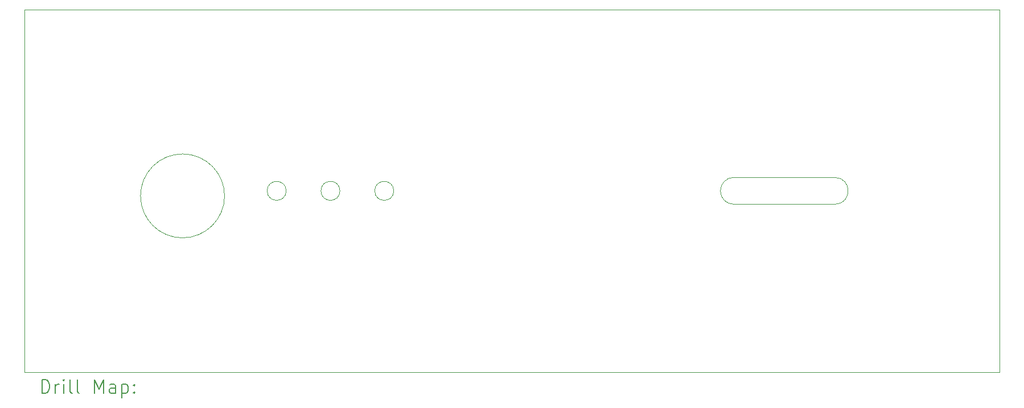
<source format=gbr>
%TF.GenerationSoftware,KiCad,Pcbnew,8.0.5*%
%TF.CreationDate,2025-07-23T09:32:51+02:00*%
%TF.ProjectId,SVX_Node_Case_front,5356585f-4e6f-4646-955f-436173655f66,rev?*%
%TF.SameCoordinates,Original*%
%TF.FileFunction,Drillmap*%
%TF.FilePolarity,Positive*%
%FSLAX45Y45*%
G04 Gerber Fmt 4.5, Leading zero omitted, Abs format (unit mm)*
G04 Created by KiCad (PCBNEW 8.0.5) date 2025-07-23 09:32:51*
%MOMM*%
%LPD*%
G01*
G04 APERTURE LIST*
%ADD10C,0.100000*%
%ADD11C,0.050000*%
%ADD12C,0.200000*%
G04 APERTURE END LIST*
D10*
X10425000Y-9175000D02*
G75*
G02*
X9175000Y-9175000I-625000J0D01*
G01*
X9175000Y-9175000D02*
G75*
G02*
X10425000Y-9175000I625000J0D01*
G01*
D11*
X12941421Y-9100000D02*
G75*
G02*
X12658579Y-9100000I-141421J0D01*
G01*
X12658579Y-9100000D02*
G75*
G02*
X12941421Y-9100000I141421J0D01*
G01*
X12141421Y-9100000D02*
G75*
G02*
X11858579Y-9100000I-141421J0D01*
G01*
X11858579Y-9100000D02*
G75*
G02*
X12141421Y-9100000I141421J0D01*
G01*
X11341421Y-9100000D02*
G75*
G02*
X11058579Y-9100000I-141421J0D01*
G01*
X11058579Y-9100000D02*
G75*
G02*
X11341421Y-9100000I141421J0D01*
G01*
X17800000Y-9100000D02*
G75*
G02*
X18000000Y-8900000I200000J0D01*
G01*
X19500000Y-8900000D02*
G75*
G02*
X19500000Y-9300000I0J-200000D01*
G01*
X18000000Y-9300000D02*
X19500000Y-9300000D01*
X18000000Y-8900000D02*
X19500000Y-8900000D01*
X7450000Y-6400000D02*
X21950000Y-6400000D01*
X21950000Y-11800000D01*
X7450000Y-11800000D01*
X7450000Y-6400000D01*
X18000000Y-9300000D02*
G75*
G02*
X17800000Y-9100000I0J200000D01*
G01*
D12*
X7708277Y-12113984D02*
X7708277Y-11913984D01*
X7708277Y-11913984D02*
X7755896Y-11913984D01*
X7755896Y-11913984D02*
X7784467Y-11923508D01*
X7784467Y-11923508D02*
X7803515Y-11942555D01*
X7803515Y-11942555D02*
X7813039Y-11961603D01*
X7813039Y-11961603D02*
X7822562Y-11999698D01*
X7822562Y-11999698D02*
X7822562Y-12028269D01*
X7822562Y-12028269D02*
X7813039Y-12066365D01*
X7813039Y-12066365D02*
X7803515Y-12085412D01*
X7803515Y-12085412D02*
X7784467Y-12104460D01*
X7784467Y-12104460D02*
X7755896Y-12113984D01*
X7755896Y-12113984D02*
X7708277Y-12113984D01*
X7908277Y-12113984D02*
X7908277Y-11980650D01*
X7908277Y-12018746D02*
X7917801Y-11999698D01*
X7917801Y-11999698D02*
X7927324Y-11990174D01*
X7927324Y-11990174D02*
X7946372Y-11980650D01*
X7946372Y-11980650D02*
X7965420Y-11980650D01*
X8032086Y-12113984D02*
X8032086Y-11980650D01*
X8032086Y-11913984D02*
X8022562Y-11923508D01*
X8022562Y-11923508D02*
X8032086Y-11933031D01*
X8032086Y-11933031D02*
X8041610Y-11923508D01*
X8041610Y-11923508D02*
X8032086Y-11913984D01*
X8032086Y-11913984D02*
X8032086Y-11933031D01*
X8155896Y-12113984D02*
X8136848Y-12104460D01*
X8136848Y-12104460D02*
X8127324Y-12085412D01*
X8127324Y-12085412D02*
X8127324Y-11913984D01*
X8260658Y-12113984D02*
X8241610Y-12104460D01*
X8241610Y-12104460D02*
X8232086Y-12085412D01*
X8232086Y-12085412D02*
X8232086Y-11913984D01*
X8489229Y-12113984D02*
X8489229Y-11913984D01*
X8489229Y-11913984D02*
X8555896Y-12056841D01*
X8555896Y-12056841D02*
X8622563Y-11913984D01*
X8622563Y-11913984D02*
X8622563Y-12113984D01*
X8803515Y-12113984D02*
X8803515Y-12009222D01*
X8803515Y-12009222D02*
X8793991Y-11990174D01*
X8793991Y-11990174D02*
X8774944Y-11980650D01*
X8774944Y-11980650D02*
X8736848Y-11980650D01*
X8736848Y-11980650D02*
X8717801Y-11990174D01*
X8803515Y-12104460D02*
X8784467Y-12113984D01*
X8784467Y-12113984D02*
X8736848Y-12113984D01*
X8736848Y-12113984D02*
X8717801Y-12104460D01*
X8717801Y-12104460D02*
X8708277Y-12085412D01*
X8708277Y-12085412D02*
X8708277Y-12066365D01*
X8708277Y-12066365D02*
X8717801Y-12047317D01*
X8717801Y-12047317D02*
X8736848Y-12037793D01*
X8736848Y-12037793D02*
X8784467Y-12037793D01*
X8784467Y-12037793D02*
X8803515Y-12028269D01*
X8898753Y-11980650D02*
X8898753Y-12180650D01*
X8898753Y-11990174D02*
X8917801Y-11980650D01*
X8917801Y-11980650D02*
X8955896Y-11980650D01*
X8955896Y-11980650D02*
X8974944Y-11990174D01*
X8974944Y-11990174D02*
X8984467Y-11999698D01*
X8984467Y-11999698D02*
X8993991Y-12018746D01*
X8993991Y-12018746D02*
X8993991Y-12075888D01*
X8993991Y-12075888D02*
X8984467Y-12094936D01*
X8984467Y-12094936D02*
X8974944Y-12104460D01*
X8974944Y-12104460D02*
X8955896Y-12113984D01*
X8955896Y-12113984D02*
X8917801Y-12113984D01*
X8917801Y-12113984D02*
X8898753Y-12104460D01*
X9079705Y-12094936D02*
X9089229Y-12104460D01*
X9089229Y-12104460D02*
X9079705Y-12113984D01*
X9079705Y-12113984D02*
X9070182Y-12104460D01*
X9070182Y-12104460D02*
X9079705Y-12094936D01*
X9079705Y-12094936D02*
X9079705Y-12113984D01*
X9079705Y-11990174D02*
X9089229Y-11999698D01*
X9089229Y-11999698D02*
X9079705Y-12009222D01*
X9079705Y-12009222D02*
X9070182Y-11999698D01*
X9070182Y-11999698D02*
X9079705Y-11990174D01*
X9079705Y-11990174D02*
X9079705Y-12009222D01*
M02*

</source>
